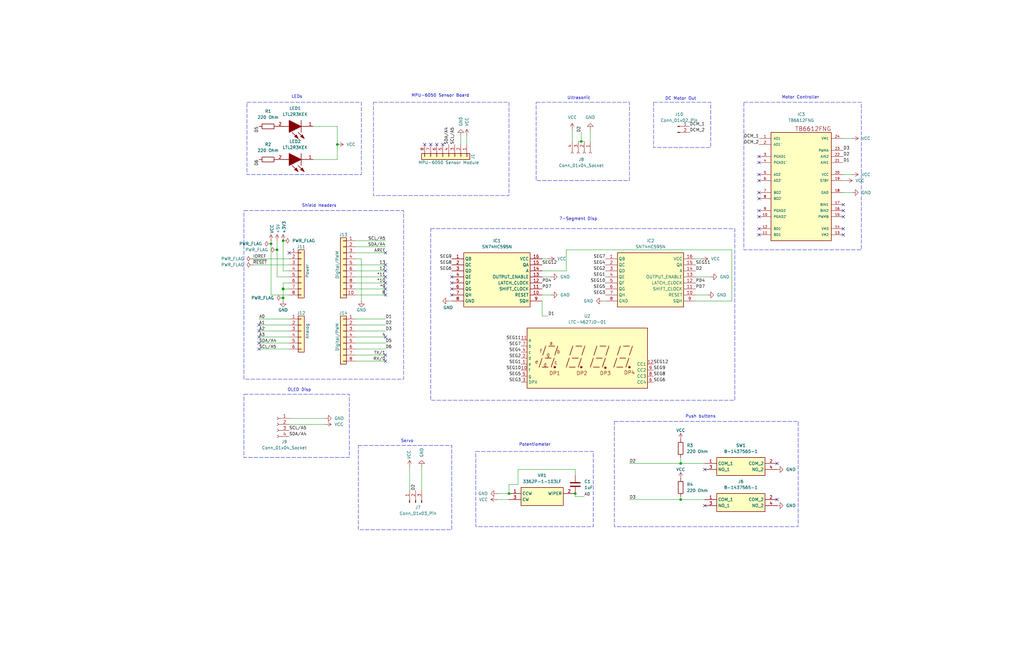
<source format=kicad_sch>
(kicad_sch (version 20231120) (generator "eeschema") (generator_version "8.0")
  (paper "B")
  (lib_symbols
    (symbol "Conn_01x08_1" (pin_names (offset 1.016) hide)
      (property "Reference" "J11" (at 0 10.16 0))
      (property "Value" "Power" (at 2.54 0 90))
      (symbol "Conn_01x08_1_1_1"
        (rectangle (start -1.27 -10.033) (end 0 -10.287) (stroke (width 0.1524)))
        (rectangle (start -1.27 -7.493) (end 0 -7.747) (stroke (width 0.1524)))
        (rectangle (start -1.27 -4.953) (end 0 -5.207) (stroke (width 0.1524)))
        (rectangle (start -1.27 -2.413) (end 0 -2.667) (stroke (width 0.1524)))
        (rectangle (start -1.27 0.127) (end 0 -0.127) (stroke (width 0.1524)))
        (rectangle (start -1.27 2.667) (end 0 2.413) (stroke (width 0.1524)))
        (rectangle (start -1.27 5.207) (end 0 4.953) (stroke (width 0.1524)))
        (rectangle (start -1.27 7.747) (end 0 7.493) (stroke (width 0.1524)))
        (rectangle (start -1.27 8.89) (end 1.27 -11.43) (stroke (width 0.254)) (fill (type background)))
        (pin passive line (at -5.08 7.62 0) (length 3.81) (name "Pin_1") (number "1"))
        (pin passive line (at -5.08 5.08 0) (length 3.81) (name "Pin_2") (number "2"))
        (pin passive line (at -5.08 2.54 0) (length 3.81) (name "Pin_3") (number "3"))
        (pin passive line (at -5.08 0 0) (length 3.81) (name "Pin_4") (number "4"))
        (pin passive line (at -5.08 -2.54 0) (length 3.81) (name "Pin_5") (number "5"))
        (pin power_in line (at -5.08 -5.08 0) (length 3.81) (name "Pin_6") (number "6"))
        (pin power_in line (at -5.08 -7.62 0) (length 3.81) (name "Pin_7") (number "7"))
        (pin power_in line (at -5.08 -10.16 0) (length 3.81) (name "Pin_8") (number "8"))
      )
    )
    (symbol "Connector:Conn_01x02_Pin" (pin_names (offset 1.016) hide)
      (property "Reference" "J" (at 0 2.54 0))
      (property "Value" "Conn_01x02_Pin" (at 0 -5.08 0))
      (symbol "Conn_01x02_Pin_1_1"
        (polyline (pts (xy 1.27 -2.54) (xy 0.8636 -2.54)) (stroke (width 0.1524)))
        (polyline (pts (xy 1.27 0) (xy 0.8636 0)) (stroke (width 0.1524)))
        (rectangle (start 0.8636 -2.413) (end 0 -2.667) (stroke (width 0.1524)) (fill (type outline)))
        (rectangle (start 0.8636 0.127) (end 0 -0.127) (stroke (width 0.1524)) (fill (type outline)))
        (pin passive line (at 5.08 0 180) (length 3.81) (name "Pin_1") (number "1"))
        (pin passive line (at 5.08 -2.54 180) (length 3.81) (name "Pin_2") (number "2"))
      )
    )
    (symbol "Connector:Conn_01x03_Pin" (pin_names (offset 1.016) hide)
      (property "Reference" "J" (at 0 5.08 0))
      (property "Value" "Conn_01x03_Pin" (at 0 -5.08 0))
      (symbol "Conn_01x03_Pin_1_1"
        (polyline (pts (xy 1.27 -2.54) (xy 0.8636 -2.54)) (stroke (width 0.1524)))
        (polyline (pts (xy 1.27 0) (xy 0.8636 0)) (stroke (width 0.1524)))
        (polyline (pts (xy 1.27 2.54) (xy 0.8636 2.54)) (stroke (width 0.1524)))
        (rectangle (start 0.8636 -2.413) (end 0 -2.667) (stroke (width 0.1524)) (fill (type outline)))
        (rectangle (start 0.8636 0.127) (end 0 -0.127) (stroke (width 0.1524)) (fill (type outline)))
        (rectangle (start 0.8636 2.667) (end 0 2.413) (stroke (width 0.1524)) (fill (type outline)))
        (pin passive line (at 5.08 2.54 180) (length 3.81) (name "Pin_1") (number "1"))
        (pin passive line (at 5.08 0 180) (length 3.81) (name "Pin_2") (number "2"))
        (pin passive line (at 5.08 -2.54 180) (length 3.81) (name "Pin_3") (number "3"))
      )
    )
    (symbol "Connector:Conn_01x04_Socket" (pin_names (offset 1.016) hide)
      (property "Reference" "J" (at 0 5.08 0))
      (property "Value" "Conn_01x04_Socket" (at 0 -7.62 0))
      (symbol "Conn_01x04_Socket_1_1"
        (arc (start 0 -4.572) (mid -0.5058 -5.08) (end 0 -5.588) (stroke (width 0.1524)))
        (arc (start 0 -2.032) (mid -0.5058 -2.54) (end 0 -3.048) (stroke (width 0.1524)))
        (polyline (pts (xy -1.27 -5.08) (xy -0.508 -5.08)) (stroke (width 0.1524)))
        (polyline (pts (xy -1.27 -2.54) (xy -0.508 -2.54)) (stroke (width 0.1524)))
        (polyline (pts (xy -1.27 0) (xy -0.508 0)) (stroke (width 0.1524)))
        (polyline (pts (xy -1.27 2.54) (xy -0.508 2.54)) (stroke (width 0.1524)))
        (arc (start 0 0.508) (mid -0.5058 0) (end 0 -0.508) (stroke (width 0.1524)))
        (arc (start 0 3.048) (mid -0.5058 2.54) (end 0 2.032) (stroke (width 0.1524)))
        (pin passive line (at -5.08 2.54 0) (length 3.81) (name "Pin_1") (number "1"))
        (pin passive line (at -5.08 0 0) (length 3.81) (name "Pin_2") (number "2"))
        (pin passive line (at -5.08 -2.54 0) (length 3.81) (name "Pin_3") (number "3"))
        (pin passive line (at -5.08 -5.08 0) (length 3.81) (name "Pin_4") (number "4"))
      )
    )
    (symbol "Connector_Generic:Conn_01x06" (pin_names (offset 1.016) hide)
      (property "Reference" "J" (at 0 7.62 0))
      (property "Value" "Conn_01x06" (at 0 -10.16 0))
      (symbol "Conn_01x06_1_1"
        (rectangle (start -1.27 -7.493) (end 0 -7.747) (stroke (width 0.1524)))
        (rectangle (start -1.27 -4.953) (end 0 -5.207) (stroke (width 0.1524)))
        (rectangle (start -1.27 -2.413) (end 0 -2.667) (stroke (width 0.1524)))
        (rectangle (start -1.27 0.127) (end 0 -0.127) (stroke (width 0.1524)))
        (rectangle (start -1.27 2.667) (end 0 2.413) (stroke (width 0.1524)))
        (rectangle (start -1.27 5.207) (end 0 4.953) (stroke (width 0.1524)))
        (rectangle (start -1.27 6.35) (end 1.27 -8.89) (stroke (width 0.254)) (fill (type background)))
        (pin passive line (at -5.08 5.08 0) (length 3.81) (name "Pin_1") (number "1"))
        (pin passive line (at -5.08 2.54 0) (length 3.81) (name "Pin_2") (number "2"))
        (pin passive line (at -5.08 0 0) (length 3.81) (name "Pin_3") (number "3"))
        (pin passive line (at -5.08 -2.54 0) (length 3.81) (name "Pin_4") (number "4"))
        (pin passive line (at -5.08 -5.08 0) (length 3.81) (name "Pin_5") (number "5"))
        (pin passive line (at -5.08 -7.62 0) (length 3.81) (name "Pin_6") (number "6"))
      )
    )
    (symbol "Connector_Generic:Conn_01x08" (pin_names (offset 1.016) hide)
      (property "Reference" "J" (at 0 10.16 0))
      (property "Value" "Conn_01x08" (at 0 -12.7 0))
      (symbol "Conn_01x08_1_1"
        (rectangle (start -1.27 -10.033) (end 0 -10.287) (stroke (width 0.1524)))
        (rectangle (start -1.27 -7.493) (end 0 -7.747) (stroke (width 0.1524)))
        (rectangle (start -1.27 -4.953) (end 0 -5.207) (stroke (width 0.1524)))
        (rectangle (start -1.27 -2.413) (end 0 -2.667) (stroke (width 0.1524)))
        (rectangle (start -1.27 0.127) (end 0 -0.127) (stroke (width 0.1524)))
        (rectangle (start -1.27 2.667) (end 0 2.413) (stroke (width 0.1524)))
        (rectangle (start -1.27 5.207) (end 0 4.953) (stroke (width 0.1524)))
        (rectangle (start -1.27 7.747) (end 0 7.493) (stroke (width 0.1524)))
        (rectangle (start -1.27 8.89) (end 1.27 -11.43) (stroke (width 0.254)) (fill (type background)))
        (pin passive line (at -5.08 7.62 0) (length 3.81) (name "Pin_1") (number "1"))
        (pin passive line (at -5.08 5.08 0) (length 3.81) (name "Pin_2") (number "2"))
        (pin passive line (at -5.08 2.54 0) (length 3.81) (name "Pin_3") (number "3"))
        (pin passive line (at -5.08 0 0) (length 3.81) (name "Pin_4") (number "4"))
        (pin passive line (at -5.08 -2.54 0) (length 3.81) (name "Pin_5") (number "5"))
        (pin passive line (at -5.08 -5.08 0) (length 3.81) (name "Pin_6") (number "6"))
        (pin passive line (at -5.08 -7.62 0) (length 3.81) (name "Pin_7") (number "7"))
        (pin passive line (at -5.08 -10.16 0) (length 3.81) (name "Pin_8") (number "8"))
      )
    )
    (symbol "Connector_Generic:Conn_01x10" (pin_names (offset 1.016) hide)
      (property "Reference" "J13" (at 0 12.7 0))
      (property "Value" "Digital/PWM" (at 2.54 0 90))
      (symbol "Conn_01x10_1_1"
        (rectangle (start -1.27 -12.573) (end 0 -12.827) (stroke (width 0.1524)))
        (rectangle (start -1.27 -10.033) (end 0 -10.287) (stroke (width 0.1524)))
        (rectangle (start -1.27 -7.493) (end 0 -7.747) (stroke (width 0.1524)))
        (rectangle (start -1.27 -4.953) (end 0 -5.207) (stroke (width 0.1524)))
        (rectangle (start -1.27 -2.413) (end 0 -2.667) (stroke (width 0.1524)))
        (rectangle (start -1.27 0.127) (end 0 -0.127) (stroke (width 0.1524)))
        (rectangle (start -1.27 2.667) (end 0 2.413) (stroke (width 0.1524)))
        (rectangle (start -1.27 5.207) (end 0 4.953) (stroke (width 0.1524)))
        (rectangle (start -1.27 7.747) (end 0 7.493) (stroke (width 0.1524)))
        (rectangle (start -1.27 10.287) (end 0 10.033) (stroke (width 0.1524)))
        (rectangle (start -1.27 11.43) (end 1.27 -13.97) (stroke (width 0.254)) (fill (type background)))
        (pin passive line (at -5.08 10.16 0) (length 3.81) (name "Pin_1") (number "1"))
        (pin passive line (at -5.08 -12.7 0) (length 3.81) (name "Pin_10") (number "10"))
        (pin passive line (at -5.08 7.62 0) (length 3.81) (name "Pin_2") (number "2"))
        (pin passive line (at -5.08 5.08 0) (length 3.81) (name "Pin_3") (number "3"))
        (pin power_in line (at -5.08 2.54 0) (length 3.81) (name "Pin_4") (number "4"))
        (pin passive line (at -5.08 0 0) (length 3.81) (name "Pin_5") (number "5"))
        (pin passive line (at -5.08 -2.54 0) (length 3.81) (name "Pin_6") (number "6"))
        (pin passive line (at -5.08 -5.08 0) (length 3.81) (name "Pin_7") (number "7"))
        (pin passive line (at -5.08 -7.62 0) (length 3.81) (name "Pin_8") (number "8"))
        (pin passive line (at -5.08 -10.16 0) (length 3.81) (name "Pin_9") (number "9"))
      )
    )
    (symbol "Device:C" (pin_numbers hide) (pin_names (offset 0.254))
      (property "Reference" "C" (at 0.635 2.54 0))
      (property "Value" "C" (at 0.635 -2.54 0))
      (symbol "C_0_1"
        (polyline (pts (xy -2.032 -0.762) (xy 2.032 -0.762)) (stroke (width 0.508)))
        (polyline (pts (xy -2.032 0.762) (xy 2.032 0.762)) (stroke (width 0.508)))
      )
      (symbol "C_1_1"
        (pin passive line (at 0 3.81 270) (length 2.794) (name "~") (number "1"))
        (pin passive line (at 0 -3.81 90) (length 2.794) (name "~") (number "2"))
      )
    )
    (symbol "Device:R" (pin_numbers hide) (pin_names (offset 0))
      (property "Reference" "R" (at 2.032 0 90))
      (property "Value" "R" (at 0 0 90))
      (symbol "R_0_1"
        (rectangle (start -1.016 -2.54) (end 1.016 2.54) (stroke (width 0.254)))
      )
      (symbol "R_1_1"
        (pin passive line (at 0 3.81 270) (length 1.27) (name "~") (number "1"))
        (pin passive line (at 0 -3.81 90) (length 1.27) (name "~") (number "2"))
      )
    )
    (symbol "Display_Character:CC56-12SRWA"
      (property "Reference" "U" (at -24.13 13.97 0))
      (property "Value" "CC56-12SRWA" (at 17.78 13.97 0))
      (symbol "CC56-12SRWA_0_0"
        (rectangle (start -25.4 12.7) (end 25.4 -12.7) (stroke (width 0.254)) (fill (type background)))
        (polyline (pts (xy -20.32 -3.81) (xy -19.05 0)) (stroke (width 0.254)))
        (polyline (pts (xy -19.05 -3.81) (xy -16.51 -3.81)) (stroke (width 0.254)))
        (polyline (pts (xy -18.796 1.27) (xy -17.526 5.08)) (stroke (width 0.254)))
        (polyline (pts (xy -17.78 0) (xy -15.24 0)) (stroke (width 0.254)))
        (polyline (pts (xy -16.256 5.08) (xy -13.716 5.08)) (stroke (width 0.254)))
        (polyline (pts (xy -15.24 -3.81) (xy -13.97 0)) (stroke (width 0.254)))
        (polyline (pts (xy -13.716 1.27) (xy -12.446 5.08)) (stroke (width 0.254)))
        (polyline (pts (xy -8.89 -3.81) (xy -7.62 0)) (stroke (width 0.254)))
        (polyline (pts (xy -7.62 -3.81) (xy -5.08 -3.81)) (stroke (width 0.254)))
        (polyline (pts (xy -7.366 1.27) (xy -6.096 5.08)) (stroke (width 0.254)))
        (polyline (pts (xy -6.35 0) (xy -3.81 0)) (stroke (width 0.254)))
        (polyline (pts (xy -4.826 5.08) (xy -2.286 5.08)) (stroke (width 0.254)))
        (polyline (pts (xy -3.81 -3.81) (xy -2.54 0)) (stroke (width 0.254)))
        (polyline (pts (xy -2.286 1.27) (xy -1.016 5.08)) (stroke (width 0.254)))
        (polyline (pts (xy 1.27 -3.81) (xy 2.54 0)) (stroke (width 0.254)))
        (polyline (pts (xy 2.54 -3.81) (xy 5.08 -3.81)) (stroke (width 0.254)))
        (polyline (pts (xy 2.794 1.27) (xy 4.064 5.08)) (stroke (width 0.254)))
        (polyline (pts (xy 3.81 0) (xy 6.35 0)) (stroke (width 0.254)))
        (polyline (pts (xy 5.334 5.08) (xy 7.874 5.08)) (stroke (width 0.254)))
        (polyline (pts (xy 6.35 -3.81) (xy 7.62 0)) (stroke (width 0.254)))
        (polyline (pts (xy 7.874 1.27) (xy 9.144 5.08)) (stroke (width 0.254)))
        (polyline (pts (xy 11.176 -3.81) (xy 12.446 0)) (stroke (width 0.254)))
        (polyline (pts (xy 12.446 -3.81) (xy 14.986 -3.81)) (stroke (width 0.254)))
        (polyline (pts (xy 12.7 1.27) (xy 13.97 5.08)) (stroke (width 0.254)))
        (polyline (pts (xy 13.716 0) (xy 16.256 0)) (stroke (width 0.254)))
        (polyline (pts (xy 15.24 5.08) (xy 17.78 5.08)) (stroke (width 0.254)))
        (polyline (pts (xy 16.256 -3.81) (xy 17.526 0)) (stroke (width 0.254)))
        (polyline (pts (xy 17.78 1.27) (xy 19.05 5.08)) (stroke (width 0.254)))
        (text "a" (at -15.24 6.35 0) (effects (font (size 1.524 1.524))))
        (text "b" (at -12.192 2.794 0) (effects (font (size 1.524 1.524))))
        (text "c" (at -13.208 -1.778 0) (effects (font (size 1.524 1.524))))
        (text "d" (at -17.78 -2.794 0) (effects (font (size 1.524 1.524))))
        (text "DP1" (at -13.716 -6.35 0) (effects (font (size 1.524 1.524))))
        (text "DP2" (at -2.286 -6.35 0) (effects (font (size 1.524 1.524))))
        (text "DP3" (at 7.62 -6.35 0) (effects (font (size 1.524 1.524))))
        (text "DP4" (at 17.78 -6.096 0) (effects (font (size 1.524 1.524))))
        (text "e" (at -21.336 -1.524 0) (effects (font (size 1.524 1.524))))
        (text "f" (at -19.558 3.048 0) (effects (font (size 1.524 1.524))))
        (text "g" (at -16.51 1.524 0) (effects (font (size 1.524 1.524))))
      )
      (symbol "CC56-12SRWA_0_1"
        (circle (center -13.716 -3.81) (radius 0.3556) (stroke (width 0.254)) (fill (type outline)))
        (circle (center -2.54 -3.81) (radius 0.3556) (stroke (width 0.254)) (fill (type outline)))
      )
      (symbol "CC56-12SRWA_1_0"
        (circle (center 7.62 -4.064) (radius 0.3556) (stroke (width 0.254)) (fill (type outline)))
        (circle (center 17.78 -3.81) (radius 0.3556) (stroke (width 0.254)) (fill (type outline)))
      )
      (symbol "CC56-12SRWA_1_1"
        (pin input line (at -27.94 -2.54 0) (length 2.54) (name "e") (number "1"))
        (pin input line (at -27.94 -5.08 0) (length 2.54) (name "f") (number "10"))
        (pin input line (at -27.94 7.62 0) (length 2.54) (name "a") (number "11"))
        (pin input line (at 27.94 -2.54 180) (length 2.54) (name "CC1") (number "12"))
        (pin input line (at -27.94 0 0) (length 2.54) (name "d") (number "2"))
        (pin input line (at -27.94 -10.16 0) (length 2.54) (name "DPX") (number "3"))
        (pin input line (at -27.94 2.54 0) (length 2.54) (name "c") (number "4"))
        (pin input line (at -27.94 -7.62 0) (length 2.54) (name "g") (number "5"))
        (pin input line (at 27.94 -10.16 180) (length 2.54) (name "CC4") (number "6"))
        (pin input line (at -27.94 5.08 0) (length 2.54) (name "b") (number "7"))
        (pin input line (at 27.94 -7.62 180) (length 2.54) (name "CC3") (number "8"))
        (pin input line (at 27.94 -5.08 180) (length 2.54) (name "CC2") (number "9"))
      )
    )
    (symbol "SamacSys_Parts:3362P-1-103LF"
      (property "Reference" "VR" (at 24.13 7.62 0))
      (property "Value" "3362P-1-103LF" (at 24.13 5.08 0))
      (symbol "3362P-1-103LF_1_1"
        (rectangle (start 5.08 2.54) (end 22.86 -5.08) (stroke (width 0.254)) (fill (type background)))
        (pin passive line (at 0 0 0) (length 5.08) (name "CCW") (number "1"))
        (pin passive line (at 27.94 0 180) (length 5.08) (name "WIPER") (number "2"))
        (pin passive line (at 0 -2.54 0) (length 5.08) (name "CW") (number "3"))
      )
    )
    (symbol "SamacSys_Parts:8-1437565-1"
      (property "Reference" "J" (at 26.67 7.62 0))
      (property "Value" "8-1437565-1" (at 26.67 5.08 0))
      (symbol "8-1437565-1_1_1"
        (rectangle (start 5.08 2.54) (end 25.4 -5.08) (stroke (width 0.254)) (fill (type background)))
        (pin passive line (at 0 0 0) (length 5.08) (name "COM_1") (number "1"))
        (pin passive line (at 30.48 0 180) (length 5.08) (name "COM_2") (number "2"))
        (pin passive line (at 0 -2.54 0) (length 5.08) (name "NO_1") (number "3"))
        (pin passive line (at 30.48 -2.54 180) (length 5.08) (name "NO_2") (number "4"))
      )
    )
    (symbol "SamacSys_Parts:LTL2R3KEK" (pin_names hide)
      (property "Reference" "LED" (at 12.7 8.89 0))
      (property "Value" "LTL2R3KEK" (at 12.7 6.35 0))
      (symbol "LTL2R3KEK_1_1"
        (polyline (pts (xy 2.54 0) (xy 5.08 0)) (stroke (width 0.254)))
        (polyline (pts (xy 5.08 2.54) (xy 5.08 -2.54)) (stroke (width 0.254)))
        (polyline (pts (xy 6.35 2.54) (xy 3.81 5.08)) (stroke (width 0.254)))
        (polyline (pts (xy 8.89 2.54) (xy 6.35 5.08)) (stroke (width 0.254)))
        (polyline (pts (xy 10.16 0) (xy 12.7 0)) (stroke (width 0.254)))
        (polyline (pts (xy 5.08 0) (xy 10.16 2.54) (xy 10.16 -2.54) (xy 5.08 0)) (stroke (width 0.254)) (fill (type outline)))
        (polyline (pts (xy 5.334 4.318) (xy 4.572 3.556) (xy 3.81 5.08) (xy 5.334 4.318)) (stroke (width 0.254)) (fill (type outline)))
        (polyline (pts (xy 7.874 4.318) (xy 7.112 3.556) (xy 6.35 5.08) (xy 7.874 4.318)) (stroke (width 0.254)) (fill (type outline)))
        (pin passive line (at 0 0 0) (length 2.54) (name "K") (number "1"))
        (pin passive line (at 15.24 0 180) (length 2.54) (name "A") (number "2"))
      )
    )
    (symbol "SamacSys_Parts:MC74HC595ADTG"
      (property "Reference" "IC" (at 34.29 7.62 0))
      (property "Value" "MC74HC595ADTG" (at 34.29 5.08 0))
      (symbol "MC74HC595ADTG_1_1"
        (rectangle (start 5.08 2.54) (end 33.02 -20.32) (stroke (width 0.254)) (fill (type background)))
        (pin passive line (at 0 0 0) (length 5.08) (name "QB") (number "1"))
        (pin passive line (at 38.1 -15.24 180) (length 5.08) (name "RESET") (number "10"))
        (pin passive line (at 38.1 -12.7 180) (length 5.08) (name "SHIFT_CLOCK") (number "11"))
        (pin passive line (at 38.1 -10.16 180) (length 5.08) (name "LATCH_CLOCK") (number "12"))
        (pin passive line (at 38.1 -7.62 180) (length 5.08) (name "OUTPUT_ENABLE") (number "13"))
        (pin passive line (at 38.1 -5.08 180) (length 5.08) (name "A") (number "14"))
        (pin passive line (at 38.1 -2.54 180) (length 5.08) (name "QA") (number "15"))
        (pin passive line (at 38.1 0 180) (length 5.08) (name "VCC") (number "16"))
        (pin passive line (at 0 -2.54 0) (length 5.08) (name "QC") (number "2"))
        (pin passive line (at 0 -5.08 0) (length 5.08) (name "QD") (number "3"))
        (pin passive line (at 0 -7.62 0) (length 5.08) (name "QE") (number "4"))
        (pin passive line (at 0 -10.16 0) (length 5.08) (name "QF") (number "5"))
        (pin passive line (at 0 -12.7 0) (length 5.08) (name "QG") (number "6"))
        (pin passive line (at 0 -15.24 0) (length 5.08) (name "QH") (number "7"))
        (pin passive line (at 0 -17.78 0) (length 5.08) (name "GND") (number "8"))
        (pin passive line (at 38.1 -17.78 180) (length 5.08) (name "SQH") (number "9"))
      )
    )
    (symbol "TB6612FNG:TB6612FNG" (pin_names (offset 1.016))
      (property "Reference" "IC" (at -2.54 -25.4 0))
      (property "Value" "TB6612FNG" (at 0 0 0))
      (symbol "TB6612FNG_0_0"
        (rectangle (start -12.7 -22.86) (end 12.7 22.86) (stroke (width 0.254)) (fill (type background)))
        (text "TB6612FNG" (at 12.7 25.4 0) (effects (font (size 1.778 1.778)) (justify right top)))
        (pin output line (at -17.78 20.32 0) (length 5.08) (name "AO1") (number "1"))
        (pin power_in line (at -17.78 -12.7 0) (length 5.08) (name "PGND2'") (number "10"))
        (pin output line (at -17.78 -20.32 0) (length 5.08) (name "BO1") (number "11"))
        (pin output line (at -17.78 -17.78 0) (length 5.08) (name "BO1'") (number "12"))
        (pin power_in line (at 17.78 -20.32 180) (length 5.08) (name "VM2") (number "13"))
        (pin power_in line (at 17.78 -17.78 180) (length 5.08) (name "VM3") (number "14"))
        (pin input line (at 17.78 -12.7 180) (length 5.08) (name "PWMB") (number "15"))
        (pin input line (at 17.78 -10.16 180) (length 5.08) (name "BIN2") (number "16"))
        (pin input line (at 17.78 -7.62 180) (length 5.08) (name "BIN1") (number "17"))
        (pin power_in line (at 17.78 -2.54 180) (length 5.08) (name "GND") (number "18"))
        (pin input line (at 17.78 2.54 180) (length 5.08) (name "STBY") (number "19"))
        (pin output line (at -17.78 17.78 0) (length 5.08) (name "AO1'") (number "2"))
        (pin power_in line (at 17.78 5.08 180) (length 5.08) (name "VCC") (number "20"))
        (pin input line (at 17.78 10.16 180) (length 5.08) (name "AIN1") (number "21"))
        (pin input line (at 17.78 12.7 180) (length 5.08) (name "AIN2") (number "22"))
        (pin input line (at 17.78 15.24 180) (length 5.08) (name "PWMA") (number "23"))
        (pin power_in line (at 17.78 20.32 180) (length 5.08) (name "VM1") (number "24"))
        (pin power_in line (at -17.78 12.7 0) (length 5.08) (name "PGND1") (number "3"))
        (pin power_in line (at -17.78 10.16 0) (length 5.08) (name "PGND1'") (number "4"))
        (pin output line (at -17.78 5.08 0) (length 5.08) (name "AO2") (number "5"))
        (pin output line (at -17.78 2.54 0) (length 5.08) (name "AO2'") (number "6"))
        (pin output line (at -17.78 -2.54 0) (length 5.08) (name "BO2") (number "7"))
        (pin output line (at -17.78 -5.08 0) (length 5.08) (name "BO2'") (number "8"))
        (pin power_in line (at -17.78 -10.16 0) (length 5.08) (name "PGND2") (number "9"))
      )
    )
    (symbol "power:+3V3" (power) (pin_names (offset 0))
      (property "Value" "+3V3" (at 0 3.556 0))
      (symbol "+3V3_0_1"
        (polyline (pts (xy -0.762 1.27) (xy 0 2.54)))
        (polyline (pts (xy 0 0) (xy 0 2.54)))
        (polyline (pts (xy 0 2.54) (xy 0.762 1.27)))
      )
      (symbol "+3V3_1_1"
        (pin power_in line (at 0 0 90) (length 0) hide (name "+3V3") (number "1"))
      )
    )
    (symbol "power:+5V" (power) (pin_names (offset 0))
      (property "Value" "+5V" (at 0 3.556 0))
      (symbol "+5V_0_1"
        (polyline (pts (xy -0.762 1.27) (xy 0 2.54)))
        (polyline (pts (xy 0 0) (xy 0 2.54)))
        (polyline (pts (xy 0 2.54) (xy 0.762 1.27)))
      )
      (symbol "+5V_1_1"
        (pin power_in line (at 0 0 90) (length 0) hide (name "+5V") (number "1"))
      )
    )
    (symbol "power:GND" (power) (pin_numbers hide) (pin_names (offset 0) hide)
      (property "Value" "GND" (at 0 -3.81 0))
      (symbol "GND_0_1"
        (polyline (pts (xy 0 0) (xy 0 -1.27) (xy 1.27 -1.27) (xy 0 -2.54) (xy -1.27 -1.27) (xy 0 -1.27)))
      )
      (symbol "GND_1_1"
        (pin power_in line (at 0 0 270) (length 0) (name "~") (number "1"))
      )
    )
    (symbol "power:PWR_FLAG" (power) (pin_numbers hide) (pin_names (offset 0) hide)
      (property "Value" "PWR_FLAG" (at 0 3.81 0))
      (symbol "PWR_FLAG_0_0"
        (pin power_out line (at 0 0 90) (length 0) (name "~") (number "1"))
      )
      (symbol "PWR_FLAG_0_1"
        (polyline (pts (xy 0 0) (xy 0 1.27) (xy -1.016 1.905) (xy 0 2.54) (xy 1.016 1.905) (xy 0 1.27)))
      )
    )
    (symbol "power:VCC" (power) (pin_numbers hide) (pin_names (offset 0) hide)
      (property "Value" "VCC" (at 0 3.556 0))
      (symbol "VCC_0_1"
        (polyline (pts (xy -0.762 1.27) (xy 0 2.54)))
        (polyline (pts (xy 0 0) (xy 0 2.54)))
        (polyline (pts (xy 0 2.54) (xy 0.762 1.27)))
      )
      (symbol "VCC_1_1"
        (pin power_in line (at 0 0 90) (length 0) (name "~") (number "1"))
      )
    )
  )
  (junction (at 242.57 208.28))
  (junction (at 119.38 125.73))
  (junction (at 214.63 208.28))
  (junction (at 287.02 210.82))
  (junction (at 142.24 60.96))
  (junction (at 245.11 59.69))
  (junction (at 287.02 195.58))
  (junction (at 119.38 121.92) (diameter 1.016))
  (junction (at 116.84 105.41))
  (junction (at 119.38 101.6))
  (junction (at 114.3 102.87))
  (no_connect (at 184.15 60.96))
  (no_connect (at 121.92 106.68))
  (no_connect (at 186.69 60.96))
  (no_connect (at 327.66 195.58))
  (no_connect (at 181.61 60.96))
  (no_connect (at 162.56 152.4))
  (no_connect (at 109.22 137.16))
  (no_connect (at 355.6 96.52))
  (no_connect (at 297.18 198.12))
  (no_connect (at 162.56 121.92))
  (no_connect (at 297.18 213.36))
  (no_connect (at 109.22 139.7))
  (no_connect (at 355.6 91.44))
  (no_connect (at 320.04 66.04))
  (no_connect (at 320.04 99.06))
  (no_connect (at 190.5 119.38))
  (no_connect (at 190.5 116.84))
  (no_connect (at 355.6 86.36))
  (no_connect (at 320.04 83.82))
  (no_connect (at 162.56 114.3))
  (no_connect (at 320.04 96.52))
  (no_connect (at 109.22 142.24))
  (no_connect (at 355.6 99.06))
  (no_connect (at 320.04 81.28))
  (no_connect (at 320.04 91.44))
  (no_connect (at 162.56 111.76))
  (no_connect (at 190.5 124.46))
  (no_connect (at 355.6 88.9))
  (no_connect (at 320.04 68.58))
  (no_connect (at 162.56 149.86))
  (no_connect (at 320.04 73.66))
  (no_connect (at 327.66 210.82))
  (no_connect (at 162.56 119.38))
  (no_connect (at 109.22 144.78))
  (no_connect (at 320.04 88.9))
  (no_connect (at 320.04 76.2))
  (no_connect (at 179.07 60.96))
  (no_connect (at 162.56 142.24))
  (no_connect (at 162.56 124.46))
  (no_connect (at 190.5 121.92))
  (no_connect (at 162.56 106.68))
  (no_connect (at 162.56 116.84))
  (no_connect (at 109.22 147.32))
  (wire (pts (xy 242.57 200.66) (xy 242.57 198.12)))
  (wire (pts (xy 238.76 114.3) (xy 228.6 114.3)))
  (wire (pts (xy 243.84 59.69) (xy 245.11 59.69)))
  (wire (pts (xy 248.92 54.61) (xy 248.92 59.69)))
  (wire (pts (xy 114.3 102.87) (xy 114.3 101.6)))
  (wire (pts (xy 189.23 127) (xy 190.5 127)))
  (wire (pts (xy 149.86 137.16) (xy 162.56 137.16)))
  (wire (pts (xy 114.3 102.87) (xy 114.3 124.46)))
  (wire (pts (xy 121.92 179.07) (xy 137.16 179.07)))
  (wire (pts (xy 246.38 209.55) (xy 242.57 209.55)))
  (wire (pts (xy 119.38 125.73) (xy 119.38 127)))
  (wire (pts (xy 218.44 198.12) (xy 218.44 204.47)))
  (wire (pts (xy 228.6 127) (xy 228.6 133.35)))
  (wire (pts (xy 287.02 193.04) (xy 287.02 195.58)))
  (wire (pts (xy 355.6 76.2) (xy 356.87 76.2)))
  (wire (pts (xy 265.43 195.58) (xy 287.02 195.58)))
  (wire (pts (xy 228.6 133.35) (xy 231.14 133.35)))
  (wire (pts (xy 121.92 139.7) (xy 109.22 139.7)))
  (wire (pts (xy 293.37 116.84) (xy 299.72 116.84)))
  (wire (pts (xy 149.86 119.38) (xy 162.56 119.38)))
  (wire (pts (xy 297.18 210.82) (xy 287.02 210.82)))
  (wire (pts (xy 149.86 121.92) (xy 162.56 121.92)))
  (wire (pts (xy 287.02 210.82) (xy 287.02 209.55)))
  (wire (pts (xy 142.24 60.96) (xy 142.24 67.31)))
  (wire (pts (xy 196.85 57.15) (xy 196.85 60.96)))
  (wire (pts (xy 214.63 204.47) (xy 214.63 208.28)))
  (wire (pts (xy 287.02 210.82) (xy 265.43 210.82)))
  (wire (pts (xy 149.86 111.76) (xy 162.56 111.76)))
  (wire (pts (xy 245.11 59.69) (xy 246.38 59.69)))
  (wire (pts (xy 242.57 209.55) (xy 242.57 208.28)))
  (wire (pts (xy 116.84 105.41) (xy 116.84 116.84)))
  (wire (pts (xy 293.37 109.22) (xy 295.91 109.22)))
  (wire (pts (xy 149.86 142.24) (xy 162.56 142.24)))
  (wire (pts (xy 149.86 104.14) (xy 162.56 104.14)))
  (wire (pts (xy 149.86 124.46) (xy 162.56 124.46)))
  (wire (pts (xy 149.86 147.32) (xy 162.56 147.32)))
  (wire (pts (xy 119.38 121.92) (xy 119.38 125.73)))
  (wire (pts (xy 109.22 142.24) (xy 121.92 142.24)))
  (wire (pts (xy 308.61 127) (xy 308.61 105.41)))
  (wire (pts (xy 106.68 109.22) (xy 121.92 109.22)))
  (wire (pts (xy 209.55 208.28) (xy 214.63 208.28)))
  (wire (pts (xy 355.6 58.42) (xy 359.41 58.42)))
  (wire (pts (xy 109.22 147.32) (xy 121.92 147.32)))
  (wire (pts (xy 149.86 116.84) (xy 162.56 116.84)))
  (wire (pts (xy 116.84 116.84) (xy 121.92 116.84)))
  (wire (pts (xy 149.86 106.68) (xy 162.56 106.68)))
  (wire (pts (xy 194.31 57.15) (xy 194.31 60.96)))
  (wire (pts (xy 121.92 144.78) (xy 109.22 144.78)))
  (wire (pts (xy 242.57 198.12) (xy 218.44 198.12)))
  (wire (pts (xy 238.76 105.41) (xy 238.76 114.3)))
  (wire (pts (xy 116.84 101.6) (xy 116.84 105.41)))
  (wire (pts (xy 121.92 176.53) (xy 137.16 176.53)))
  (wire (pts (xy 149.86 101.6) (xy 162.56 101.6)))
  (wire (pts (xy 177.8 196.85) (xy 177.8 207.01)))
  (wire (pts (xy 149.86 144.78) (xy 162.56 144.78)))
  (wire (pts (xy 142.24 53.34) (xy 142.24 60.96)))
  (wire (pts (xy 172.72 196.85) (xy 172.72 207.01)))
  (wire (pts (xy 308.61 105.41) (xy 238.76 105.41)))
  (wire (pts (xy 149.86 149.86) (xy 162.56 149.86)))
  (wire (pts (xy 149.86 134.62) (xy 162.56 134.62)))
  (wire (pts (xy 119.38 119.38) (xy 119.38 121.92)))
  (wire (pts (xy 241.3 54.61) (xy 241.3 59.69)))
  (wire (pts (xy 228.6 116.84) (xy 232.41 116.84)))
  (wire (pts (xy 149.86 114.3) (xy 162.56 114.3)))
  (wire (pts (xy 293.37 124.46) (xy 298.45 124.46)))
  (wire (pts (xy 149.86 152.4) (xy 162.56 152.4)))
  (wire (pts (xy 132.08 67.31) (xy 142.24 67.31)))
  (wire (pts (xy 355.6 81.28) (xy 359.41 81.28)))
  (wire (pts (xy 297.18 195.58) (xy 287.02 195.58)))
  (wire (pts (xy 109.22 137.16) (xy 121.92 137.16)))
  (wire (pts (xy 119.38 101.6) (xy 119.38 114.3)))
  (wire (pts (xy 152.4 109.22) (xy 152.4 127)))
  (wire (pts (xy 149.86 139.7) (xy 162.56 139.7)))
  (wire (pts (xy 121.92 119.38) (xy 119.38 119.38)))
  (wire (pts (xy 209.55 210.82) (xy 214.63 210.82)))
  (wire (pts (xy 121.92 134.62) (xy 109.22 134.62)))
  (wire (pts (xy 228.6 109.22) (xy 231.14 109.22)))
  (wire (pts (xy 218.44 204.47) (xy 214.63 204.47)))
  (wire (pts (xy 119.38 114.3) (xy 121.92 114.3)))
  (wire (pts (xy 121.92 124.46) (xy 114.3 124.46)))
  (wire (pts (xy 149.86 109.22) (xy 152.4 109.22)))
  (wire (pts (xy 106.68 111.76) (xy 121.92 111.76)))
  (wire (pts (xy 254 127) (xy 255.27 127)))
  (wire (pts (xy 293.37 127) (xy 308.61 127)))
  (wire (pts (xy 355.6 73.66) (xy 359.41 73.66)))
  (wire (pts (xy 245.11 55.88) (xy 245.11 59.69)))
  (wire (pts (xy 228.6 124.46) (xy 232.41 124.46)))
  (wire (pts (xy 132.08 53.34) (xy 142.24 53.34)))
  (wire (pts (xy 121.92 121.92) (xy 119.38 121.92)))
  (rectangle (start 200.66 190.5) (end 250.19 222.25) (stroke (width 0) (type dash)))
  (rectangle (start 313.69 43.18) (end 363.22 105.41) (stroke (width 0) (type dash)))
  (rectangle (start 226.06 43.18) (end 265.43 76.2) (stroke (width 0) (type dash)))
  (rectangle (start 102.87 166.37) (end 147.32 193.04) (stroke (width 0) (type dash)))
  (rectangle (start 104.14 43.18) (end 152.4 73.66) (stroke (width 0) (type dash)))
  (rectangle (start 275.59 43.18) (end 299.72 62.23) (stroke (width 0) (type dash)))
  (rectangle (start 151.13 187.96) (end 190.5 223.52) (stroke (width 0) (type dash)))
  (rectangle (start 259.08 177.8) (end 336.55 222.25) (stroke (width 0) (type dash)))
  (rectangle (start 181.61 96.52) (end 309.88 168.91) (stroke (width 0) (type dash)))
  (rectangle (start 157.48 43.18) (end 214.63 82.55) (stroke (width 0) (type dash)))
  (rectangle (start 102.87 88.9) (end 170.18 160.02) (stroke (width 0) (type dash)))
  (text "7-Segment Disp" (at 243.84 92.456 0) (effects (font (size 1.27 1.27))))
  (text "Servo" (exclude_from_sim yes) (at 171.704 186.182 0) (effects (font (size 1.27 1.27))))
  (text "Push buttons" (at 295.402 175.768 0) (effects (font (size 1.27 1.27))))
  (text "DC Motor Out" (at 287.02 41.656 0) (effects (font (size 1.27 1.27))))
  (text "MPU-6050 Sensor Board" (at 185.674 40.386 0) (effects (font (size 1.27 1.27))))
  (text "Motor Controller" (at 337.566 41.148 0) (effects (font (size 1.27 1.27))))
  (text "Shield Headers" (at 134.62 86.868 0) (effects (font (size 1.27 1.27))))
  (text "OLED Disp" (at 126.238 164.592 0) (effects (font (size 1.27 1.27))))
  (text "Potentiometer" (exclude_from_sim yes) (at 225.552 187.706 0) (effects (font (size 1.27 1.27))))
  (text "LEDs" (at 125.222 40.894 0) (effects (font (size 1.27 1.27))))
  (text "Ultrasonic" (at 244.094 41.402 0) (effects (font (size 1.27 1.27))))
  (label "SEG7" (at 219.71 146.05 180))
  (label "D2" (at 175.26 207.01 90))
  (label "D3" (at 355.6 63.5 0))
  (label "SEG12" (at 275.59 153.67 0))
  (label "D6" (at 109.22 67.31 270))
  (label "PD4" (at 293.37 119.38 0))
  (label "D2" (at 245.11 55.88 90))
  (label "A2" (at 109.22 139.7 0))
  (label "SEG3" (at 255.27 124.46 180))
  (label "SEG8" (at 275.59 158.75 0))
  (label "SCL{slash}A5" (at 109.22 147.32 0))
  (label "SEG2" (at 219.71 151.13 180))
  (label "A1" (at 109.22 137.16 0))
  (label "D1" (at 355.6 68.58 0))
  (label "SEG8" (at 190.5 111.76 180))
  (label "*11" (at 162.56 116.84 180))
  (label "SEG5" (at 219.71 158.75 180))
  (label "~{RESET}" (at 106.68 111.76 0))
  (label "D2" (at 162.56 137.16 0))
  (label "13" (at 162.56 111.76 180))
  (label "D6" (at 162.56 147.32 0))
  (label "SCL{slash}A5" (at 121.92 181.61 0))
  (label "SEG2" (at 255.27 114.3 180))
  (label "SCL{slash}A5" (at 162.56 101.6 180))
  (label "12" (at 162.56 114.3 180))
  (label "DCM_2" (at 320.04 60.96 180))
  (label "D5" (at 162.56 144.78 0))
  (label "DCM_2" (at 290.83 55.88 0))
  (label "SDA{slash}A4" (at 162.56 104.14 180))
  (label "A3" (at 109.22 142.24 0))
  (label "D2" (at 293.37 114.3 0))
  (label "SEG11" (at 293.37 111.76 0))
  (label "SEG4" (at 219.71 148.59 180))
  (label "SEG12" (at 228.6 111.76 0))
  (label "SEG6" (at 275.59 161.29 0))
  (label "DCM_1" (at 320.04 58.42 180))
  (label "D5" (at 109.22 53.34 270))
  (label "4" (at 162.56 142.24 180))
  (label "8" (at 162.56 124.46 180))
  (label "D3" (at 162.56 139.7 0))
  (label "SCL{slash}A5" (at 191.77 60.96 90))
  (label "D1" (at 162.56 134.62 0))
  (label "SEG9" (at 275.59 156.21 0))
  (label "D2" (at 265.43 195.58 0))
  (label "SEG3" (at 219.71 161.29 180))
  (label "SEG7" (at 255.27 109.22 180))
  (label "PD4" (at 228.6 119.38 0))
  (label "D2" (at 355.6 66.04 0))
  (label "A0" (at 109.22 134.62 0))
  (label "PD7" (at 293.37 121.92 0))
  (label "SEG1" (at 255.27 116.84 180))
  (label "SEG10" (at 255.27 119.38 180))
  (label "D3" (at 265.43 210.82 0))
  (label "SEG1" (at 219.71 153.67 180))
  (label "SEG4" (at 255.27 111.76 180))
  (label "SEG5" (at 255.27 121.92 180))
  (label "SDA{slash}A4" (at 109.22 144.78 0))
  (label "*9" (at 162.56 121.92 180))
  (label "TX{slash}1" (at 162.56 149.86 180))
  (label "SDA{slash}A4" (at 189.23 60.96 90))
  (label "SEG6" (at 190.5 114.3 180))
  (label "AREF" (at 162.56 106.68 180))
  (label "A0" (at 246.38 209.55 0))
  (label "PD7" (at 228.6 121.92 0))
  (label "*10" (at 162.56 119.38 180))
  (label "SDA{slash}A4" (at 121.92 184.15 0))
  (label "SEG10" (at 219.71 156.21 180))
  (label "D1" (at 231.14 133.35 0))
  (label "DCM_1" (at 290.83 53.34 0))
  (label "SEG9" (at 190.5 109.22 180))
  (label "RX{slash}0" (at 162.56 152.4 180))
  (label "IOREF" (at 106.68 109.22 0))
  (label "SEG11" (at 219.71 143.51 180))
  (symbol (lib_id "power:PWR_FLAG") (at 114.3 102.87 90) (unit 1)
    (property "Reference" "#FLG05" (effects (hide yes)))
    (property "Value" "PWR_FLAG" (at 110.49 102.8699 90) (effects (justify left)))
    (property "Description" "Special symbol for telling ERC where power comes from" (effects (hide yes)))
  )
  (symbol (lib_id "power:VCC") (at 287.02 185.42 0) (unit 1)
    (property "Reference" "#PWR06" (effects (hide yes)))
    (property "Value" "VCC" (at 287.02 181.61 0))
    (property "Description" "Power symbol creates a global label with name \"VCC\"" (effects (hide yes)))
  )
  (symbol (lib_id "power:GND") (at 232.41 116.84 90) (unit 1)
    (property "Reference" "#PWR017" (effects (hide yes)))
    (property "Value" "GND" (at 236.22 116.8399 90) (effects (justify right)))
    (property "Description" "Power symbol creates a global label with name \"GND\" , ground" (effects (hide yes)))
  )
  (symbol (lib_id "SamacSys_Parts:MC74HC595ADTG") (at 255.27 109.22 0) (unit 1)
    (property "Reference" "IC2" (at 274.32 101.6 0))
    (property "Value" "SN74HC595N" (at 274.32 104.14 0))
    (property "Footprint" "SamacSys_Parts:SOP65P640X120-16N" (effects (hide yes)))
    (property "Datasheet" "http://www.onsemi.com/pub/Collateral/MC74HC595A-D.PDF" (effects (hide yes)))
    (property "Description" "Counter Shift Registers 8-Bit 3 State Shift" (effects (hide yes)))
    (property "Height" "1.2" (effects (hide yes)))
    (property "Mouser Part Number" "863-MC74HC595ADTG" (effects (hide yes)))
    (property "Mouser Price/Stock" "https://www.mouser.co.uk/ProductDetail/onsemi/MC74HC595ADTG?qs=qg33o%252B8vzFqSfcAj9bXV3g%3D%3D" (effects (hide yes)))
    (property "Manufacturer_Name" "onsemi" (effects (hide yes)))
    (property "Manufacturer_Part_Number" "MC74HC595ADTG" (effects (hide yes)))
  )
  (symbol (lib_id "TB6612FNG:TB6612FNG") (at 337.82 78.74 0) (unit 1)
    (property "Reference" "IC3" (at 337.82 48.26 0))
    (property "Value" "TB6612FNG" (at 337.82 50.8 0))
    (property "Footprint" "TB6612FNG:SSOP24" (effects (hide yes)))
    (property "MF" "Toshiba" (effects (hide yes)))
    (property "Description_1" "\n- Motor Driver Power MOSFET Parallel 24-SSOP\n" (effects (hide yes)))
    (property "Package" "None" (effects (hide yes)))
    (property "Price" "None" (effects (hide yes)))
    (property "SnapEDA_Link" "https://www.snapeda.com/parts/TB6612FNG/Toshiba/view-part/?ref=snap" (effects (hide yes)))
    (property "MP" "TB6612FNG" (effects (hide yes)))
    (property "Purchase-URL" "https://www.snapeda.com/api/url_track_click_mouser/?unipart_id=6765825&manufacturer=Toshiba&part_name=TB6612FNG&search_term=tb6612fng" (effects (hide yes)))
    (property "Availability" "In Stock" (effects (hide yes)))
    (property "Check_prices" "https://www.snapeda.com/parts/TB6612FNG/Toshiba/view-part/?ref=eda" (effects (hide yes)))
  )
  (symbol (lib_id "Connector:Conn_01x02_Pin") (at 285.75 53.34 0) (unit 1)
    (property "Reference" "J10" (at 286.385 48.26 0))
    (property "Value" "Conn_01x02_Pin" (at 286.385 50.8 0))
    (property "Footprint" "Connector_PinHeader_2.54mm:PinHeader_1x02_P2.54mm_Vertical" (effects (hide yes)))
    (property "Description" "Generic connector, single row, 01x02, script generated" (effects (hide yes)))
  )
  (symbol (lib_id "power:GND") (at 327.66 213.36 90) (unit 1)
    (property "Reference" "#PWR012" (effects (hide yes)))
    (property "Value" "GND" (at 331.47 213.3599 90) (effects (justify right)))
    (property "Description" "Power symbol creates a global label with name \"GND\" , ground" (effects (hide yes)))
  )
  (symbol (lib_id "power:PWR_FLAG") (at 106.68 109.22 90) (unit 1)
    (property "Reference" "#FLG02" (effects (hide yes)))
    (property "Value" "PWR_FLAG" (at 102.87 109.2199 90) (effects (justify left)))
    (property "Description" "Special symbol for telling ERC where power comes from" (effects (hide yes)))
  )
  (symbol (lib_id "power:VCC") (at 231.14 109.22 270) (unit 1)
    (property "Reference" "#PWR016" (effects (hide yes)))
    (property "Value" "VCC" (at 234.95 109.2199 90) (effects (justify left)))
    (property "Description" "Power symbol creates a global label with name \"VCC\"" (effects (hide yes)))
  )
  (symbol (lib_id "SamacSys_Parts:LTL2R3KEK") (at 132.08 67.31 180) (unit 1)
    (property "Reference" "LED2" (at 124.46 59.69 0))
    (property "Value" "LTL2R3KEK" (at 124.46 62.23 0))
    (property "Footprint" "LED_SMD:LED_Cree-PLCC4_3.2x2.8mm_CCW" (effects (hide yes)))
    (property "Datasheet" "http://optoelectronics.liteon.com/upload/download/ds-20-98-0286/ltl2r3kek.pdf" (effects (hide yes)))
    (property "Description" "Standard LEDs - Through Hole Red Clear 624nm" (effects (hide yes)))
    (property "Mouser Part Number" "859-LTL2R3KEK" (effects (hide yes)))
    (property "Mouser Price/Stock" "https://www.mouser.co.uk/ProductDetail/Lite-On/LTL2R3KEK?qs=bg1EVwaVwkRjIZH8k1%2FQRw%3D%3D" (effects (hide yes)))
    (property "Manufacturer_Name" "Lite-On" (effects (hide yes)))
    (property "Manufacturer_Part_Number" "LTL2R3KEK" (effects (hide yes)))
  )
  (symbol (lib_id "power:VCC") (at 241.3 54.61 0) (unit 1)
    (property "Reference" "#PWR022" (effects (hide yes)))
    (property "Value" "VCC" (at 241.3 49.53 0))
    (property "Description" "Power symbol creates a global label with name \"VCC\"" (effects (hide yes)))
  )
  (symbol (lib_id "power:VCC") (at 209.55 210.82 90) (unit 1)
    (property "Reference" "#PWR014" (effects (hide yes)))
    (property "Value" "VCC" (at 205.74 210.8199 90) (effects (justify left)))
    (property "Description" "Power symbol creates a global label with name \"VCC\"" (effects (hide yes)))
  )
  (symbol (lib_id "Device:R") (at 113.03 53.34 90) (unit 1)
    (property "Reference" "R1" (at 113.03 46.99 90))
    (property "Value" "220 Ohm" (at 113.03 49.53 90))
    (property "Footprint" "Resistor_THT:R_Axial_DIN0207_L6.3mm_D2.5mm_P10.16mm_Horizontal" (effects (hide yes)))
    (property "Description" "Resistor" (effects (hide yes)))
  )
  (symbol (lib_id "power:GND") (at 254 127 270) (unit 1)
    (property "Reference" "#PWR021" (effects (hide yes)))
    (property "Value" "GND" (at 250.19 126.9999 90) (effects (justify right)))
    (property "Description" "Power symbol creates a global label with name \"GND\" , ground" (effects (hide yes)))
  )
  (symbol (lib_id "power:GND") (at 327.66 198.12 90) (unit 1)
    (property "Reference" "#PWR011" (effects (hide yes)))
    (property "Value" "GND" (at 331.47 198.1199 90) (effects (justify right)))
    (property "Description" "Power symbol creates a global label with name \"GND\" , ground" (effects (hide yes)))
  )
  (symbol (lib_id "Device:R") (at 287.02 189.23 0) (unit 1)
    (property "Reference" "R3" (at 289.56 187.9599 0) (effects (justify left)))
    (property "Value" "220 Ohm" (at 289.56 190.4999 0) (effects (justify left)))
    (property "Footprint" "Resistor_THT:R_Axial_DIN0207_L6.3mm_D2.5mm_P10.16mm_Horizontal" (effects (hide yes)))
    (property "Description" "Resistor" (effects (hide yes)))
  )
  (symbol (lib_id "power:GND") (at 152.4 127 0) (unit 1)
    (property "Reference" "#PWR037" (effects (hide yes)))
    (property "Value" "GND" (at 152.4 130.81 0))
  )
  (symbol (lib_id "power:PWR_FLAG") (at 106.68 111.76 90) (unit 1)
    (property "Reference" "#FLG06" (effects (hide yes)))
    (property "Value" "PWR_FLAG" (at 102.87 111.7599 90) (effects (justify left)))
    (property "Description" "Special symbol for telling ERC where power comes from" (effects (hide yes)))
  )
  (symbol (lib_id "SamacSys_Parts:8-1437565-1") (at 297.18 210.82 0) (unit 1)
    (property "Reference" "J6" (at 312.42 203.2 0))
    (property "Value" "8-1437565-1" (at 312.42 205.74 0))
    (property "Footprint" "SamacSys_Parts:814375651" (effects (hide yes)))
    (property "Datasheet" "https://www.te.com/commerce/DocumentDelivery/DDEController?Action=srchrtrv&DocNm=1654270-2&DocType=Catalog%20Section&DocLang=English&PartCntxt=8-1437565-1&DocFormat=pdf" (effects (hide yes)))
    (property "Description" "Body Features: Case Material Nylon | Product Orientation Vertical | Actuator Force 9.17 OZ | Case Color Ivory | Actuator Profile Extended | Actuator Force 260 G | Actuator Material Brass | Cover Material Nickel | Configuration Features: ESD Grounding Terminal Without | Support Bracket Without | Switch Feedback Type Tactile | Operating Function NO | Number of Actuators Single | Configuration (Pole-Throw) Single Pole - Single Throw | Ganged With | Contact Features: Switch Contact Plating Material Silver | Con" (effects (hide yes)))
    (property "Height" "1.7" (effects (hide yes)))
    (property "Mouser Part Number" "506-8-1437565-1" (effects (hide yes)))
    (property "Mouser Price/Stock" "https://www.mouser.co.uk/ProductDetail/TE-Connectivity-PB/8-1437565-1?qs=%2FwXgF%2FfIho85SUhcdHoonw%3D%3D" (effects (hide yes)))
    (property "Manufacturer_Name" "TE Connectivity" (effects (hide yes)))
    (property "Manufacturer_Part_Number" "8-1437565-1" (effects (hide yes)))
  )
  (symbol (lib_id "power:VCC") (at 172.72 196.85 0) (unit 1)
    (property "Reference" "#PWR019" (effects (hide yes)))
    (property "Value" "VCC" (at 172.466 193.802 90) (effects (justify left)))
    (property "Description" "Power symbol creates a global label with name \"VCC\"" (effects (hide yes)))
  )
  (symbol (lib_id "Connector_Generic:Conn_01x06") (at 127 139.7 0) (unit 1)
    (property "Reference" "J12" (at 127 132.08 0))
    (property "Value" "Analog" (at 129.54 139.7 90))
    (property "Footprint" "Connector_PinSocket_2.54mm:PinSocket_1x06_P2.54mm_Vertical" (effects (hide yes)))
  )
  (symbol (lib_id "Connector:Conn_01x04_Socket") (at 116.84 179.07 0) (mirror y) (unit 1)
    (property "Reference" "J9" (at 119.888 186.436 0))
    (property "Value" "Conn_01x04_Socket" (at 119.888 188.976 0))
    (property "Footprint" "Connector_PinSocket_2.54mm:PinSocket_1x04_P2.54mm_Vertical" (effects (hide yes)))
    (property "Description" "Generic connector, single row, 01x04, script generated" (effects (hide yes)))
  )
  (symbol (lib_id "power:PWR_FLAG") (at 119.38 101.6 270) (mirror x) (unit 1)
    (property "Reference" "#FLG03" (effects (hide yes)))
    (property "Value" "PWR_FLAG" (at 123.19 101.5999 90) (effects (justify left)))
    (property "Description" "Special symbol for telling ERC where power comes from" (effects (hide yes)))
  )
  (symbol (lib_id "Connector_Generic:Conn_01x08") (at 144.78 142.24 0) (mirror y) (unit 1)
    (property "Reference" "J14" (at 144.78 132.08 0))
    (property "Value" "Digital/PWM" (at 142.24 142.24 90))
    (property "Footprint" "Connector_PinSocket_2.54mm:PinSocket_1x08_P2.54mm_Vertical" (effects (hide yes)))
  )
  (symbol (lib_id "power:VCC") (at 287.02 201.93 0) (unit 1)
    (property "Reference" "#PWR07" (effects (hide yes)))
    (property "Value" "VCC" (at 287.02 198.12 0))
    (property "Description" "Power symbol creates a global label with name \"VCC\"" (effects (hide yes)))
  )
  (symbol (lib_id "power:GND") (at 299.72 116.84 90) (unit 1)
    (property "Reference" "#PWR026" (effects (hide yes)))
    (property "Value" "GND" (at 303.53 116.8399 90) (effects (justify right)))
    (property "Description" "Power symbol creates a global label with name \"GND\" , ground" (effects (hide yes)))
  )
  (symbol (lib_id "SamacSys_Parts:MC74HC595ADTG") (at 190.5 109.22 0) (unit 1)
    (property "Reference" "IC1" (at 209.55 101.6 0))
    (property "Value" "SN74HC595N" (at 209.55 104.14 0))
    (property "Footprint" "SamacSys_Parts:SOP65P640X120-16N" (effects (hide yes)))
    (property "Datasheet" "http://www.onsemi.com/pub/Collateral/MC74HC595A-D.PDF" (effects (hide yes)))
    (property "Description" "Counter Shift Registers 8-Bit 3 State Shift" (effects (hide yes)))
    (property "Height" "1.2" (effects (hide yes)))
    (property "Mouser Part Number" "863-MC74HC595ADTG" (effects (hide yes)))
    (property "Mouser Price/Stock" "https://www.mouser.co.uk/ProductDetail/onsemi/MC74HC595ADTG?qs=qg33o%252B8vzFqSfcAj9bXV3g%3D%3D" (effects (hide yes)))
    (property "Manufacturer_Name" "onsemi" (effects (hide yes)))
    (property "Manufacturer_Part_Number" "MC74HC595ADTG" (effects (hide yes)))
  )
  (symbol (lib_id "power:VCC") (at 356.87 76.2 270) (mirror x) (unit 1)
    (property "Reference" "#PWR029" (effects (hide yes)))
    (property "Value" "VCC" (at 360.68 76.2001 90) (effects (justify left)))
    (property "Description" "Power symbol creates a global label with name \"VCC\"" (effects (hide yes)))
  )
  (symbol (lib_id "Device:C") (at 242.57 204.47 0) (unit 1)
    (property "Reference" "C1" (at 246.38 203.1999 0) (effects (justify left)))
    (property "Value" "1uF" (at 246.38 205.7399 0) (effects (justify left)))
    (property "Footprint" "Capacitor_SMD:C_1210_3225Metric_Pad1.33x2.70mm_HandSolder" (effects (hide yes)))
    (property "Description" "Unpolarized capacitor" (effects (hide yes)))
  )
  (symbol (lib_id "Connector:Conn_01x03_Pin") (at 175.26 212.09 90) (unit 1)
    (property "Reference" "J7" (at 176.276 214.122 90))
    (property "Value" "Conn_01x03_Pin" (at 176.276 216.662 90))
    (property "Footprint" "Connector_PinHeader_2.54mm:PinHeader_1x03_P2.54mm_Vertical" (effects (hide yes)))
    (property "Description" "Generic connector, single row, 01x03, script generated" (effects (hide yes)))
  )
  (symbol (lib_id "power:PWR_FLAG") (at 119.38 125.73 90) (unit 1)
    (property "Reference" "#FLG01" (effects (hide yes)))
    (property "Value" "PWR_FLAG" (at 115.57 125.7299 90) (effects (justify left)))
    (property "Description" "Special symbol for telling ERC where power comes from" (effects (hide yes)))
  )
  (symbol (lib_id "Device:R") (at 287.02 205.74 0) (unit 1)
    (property "Reference" "R4" (at 289.56 204.4699 0) (effects (justify left)))
    (property "Value" "220 Ohm" (at 289.56 207.0099 0) (effects (justify left)))
    (property "Footprint" "Resistor_THT:R_Axial_DIN0207_L6.3mm_D2.5mm_P10.16mm_Horizontal" (effects (hide yes)))
    (property "Description" "Resistor" (effects (hide yes)))
  )
  (symbol (lib_id "Connector_Generic:Conn_01x10") (at 144.78 111.76 0) (mirror y) (unit 1)
    (property "Reference" "J13" (at 144.78 99.06 0))
    (property "Value" "Digital/PWM" (at 142.24 111.76 90))
    (property "Footprint" "Connector_PinSocket_2.54mm:PinSocket_1x10_P2.54mm_Vertical" (effects (hide yes)))
  )
  (symbol (lib_id "power:GND") (at 359.41 81.28 90) (unit 1)
    (property "Reference" "#PWR032" (effects (hide yes)))
    (property "Value" "GND" (at 363.22 81.2799 90) (effects (justify right)))
    (property "Description" "Power symbol creates a global label with name \"GND\" , ground" (effects (hide yes)))
  )
  (symbol (lib_name "Conn_01x08_1") (lib_id "Connector_Generic:Conn_01x08") (at 127 114.3 0) (unit 1)
    (property "Reference" "J11" (at 127 104.14 0))
    (property "Value" "Power" (at 129.54 114.3 90))
    (property "Footprint" "Connector_PinSocket_2.54mm:PinSocket_1x08_P2.54mm_Vertical" (effects (hide yes)))
  )
  (symbol (lib_id "power:GND") (at 298.45 124.46 90) (mirror x) (unit 1)
    (property "Reference" "#PWR025" (effects (hide yes)))
    (property "Value" "GND" (at 302.26 124.4601 90) (effects (justify right)))
    (property "Description" "Power symbol creates a global label with name \"GND\" , ground" (effects (hide yes)))
  )
  (symbol (lib_id "power:VCC") (at 196.85 57.15 0) (unit 1)
    (property "Reference" "#PWR09" (effects (hide yes)))
    (property "Value" "VCC" (at 196.8501 53.34 90) (effects (justify left)))
    (property "Description" "Power symbol creates a global label with name \"VCC\"" (effects (hide yes)))
  )
  (symbol (lib_id "power:GND") (at 194.31 57.15 180) (unit 1)
    (property "Reference" "#PWR010" (effects (hide yes)))
    (property "Value" "GND" (at 194.3101 53.34 90) (effects (justify right)))
    (property "Description" "Power symbol creates a global label with name \"GND\" , ground" (effects (hide yes)))
  )
  (symbol (lib_id "power:VCC") (at 295.91 109.22 270) (unit 1)
    (property "Reference" "#PWR024" (effects (hide yes)))
    (property "Value" "VCC" (at 299.72 109.2199 90) (effects (justify left)))
    (property "Description" "Power symbol creates a global label with name \"VCC\"" (effects (hide yes)))
  )
  (symbol (lib_id "power:VCC") (at 359.41 73.66 270) (unit 1)
    (property "Reference" "#PWR031" (effects (hide yes)))
    (property "Value" "VCC" (at 363.22 73.6599 90) (effects (justify left)))
    (property "Description" "Power symbol creates a global label with name \"VCC\"" (effects (hide yes)))
  )
  (symbol (lib_id "Device:R") (at 113.03 67.31 90) (unit 1)
    (property "Reference" "R2" (at 113.03 60.96 90))
    (property "Value" "220 Ohm" (at 113.03 63.5 90))
    (property "Footprint" "Resistor_THT:R_Axial_DIN0207_L6.3mm_D2.5mm_P10.16mm_Horizontal" (effects (hide yes)))
    (property "Description" "Resistor" (effects (hide yes)))
  )
  (symbol (lib_id "power:VCC") (at 142.24 60.96 270) (unit 1)
    (property "Reference" "#PWR08" (effects (hide yes)))
    (property "Value" "VCC" (at 146.05 60.9599 90) (effects (justify left)))
    (property "Description" "Power symbol creates a global label with name \"VCC\"" (effects (hide yes)))
  )
  (symbol (lib_id "power:GND") (at 248.92 54.61 180) (unit 1)
    (property "Reference" "#PWR023" (effects (hide yes)))
    (property "Value" "GND" (at 248.92 49.53 0))
    (property "Description" "Power symbol creates a global label with name \"GND\" , ground" (effects (hide yes)))
  )
  (symbol (lib_id "power:GND") (at 232.41 124.46 90) (mirror x) (unit 1)
    (property "Reference" "#PWR018" (effects (hide yes)))
    (property "Value" "GND" (at 236.22 124.4601 90) (effects (justify right)))
    (property "Description" "Power symbol creates a global label with name \"GND\" , ground" (effects (hide yes)))
  )
  (symbol (lib_id "power:GND") (at 209.55 208.28 270) (unit 1)
    (property "Reference" "#PWR013" (effects (hide yes)))
    (property "Value" "GND" (at 205.74 208.2799 90) (effects (justify right)))
    (property "Description" "Power symbol creates a global label with name \"GND\" , ground" (effects (hide yes)))
  )
  (symbol (lib_id "power:+3V3") (at 119.38 101.6 0) (unit 1)
    (property "Reference" "#PWR035" (effects (hide yes)))
    (property "Value" "+3V3" (at 119.761 98.552 90) (effects (justify left)))
  )
  (symbol (lib_id "Display_Character:CC56-12SRWA") (at 247.65 151.13 0) (unit 1)
    (property "Reference" "U2" (at 247.65 133.35 0))
    (property "Value" "LTC-4627JD-01" (at 247.65 135.89 0))
    (property "Footprint" "Display_7Segment:CA56-12SRWA" (effects (hide yes)))
    (property "Datasheet" "http://www.kingbrightusa.com/images/catalog/SPEC/CC56-12SRWA.pdf" (effects (hide yes)))
    (property "Description" "4 digit 7 segment super bright red LED, common cathode" (effects (hide yes)))
  )
  (symbol (lib_id "power:PWR_FLAG") (at 116.84 105.41 90) (unit 1)
    (property "Reference" "#FLG04" (effects (hide yes)))
    (property "Value" "PWR_FLAG" (at 113.03 105.4099 90) (effects (justify left)))
    (property "Description" "Special symbol for telling ERC where power comes from" (effects (hide yes)))
  )
  (symbol (lib_id "power:VCC") (at 137.16 179.07 270) (unit 1)
    (property "Reference" "#PWR028" (effects (hide yes)))
    (property "Value" "VCC" (at 140.97 179.0699 90) (effects (justify left)))
    (property "Description" "Power symbol creates a global label with name \"VCC\"" (effects (hide yes)))
  )
  (symbol (lib_id "power:VCC") (at 114.3 101.6 0) (unit 1)
    (property "Reference" "#PWR033" (effects (hide yes)))
    (property "Value" "VCC" (at 114.681 98.552 90) (effects (justify left)))
  )
  (symbol (lib_id "power:GND") (at 177.8 196.85 180) (unit 1)
    (property "Reference" "#PWR020" (effects (hide yes)))
    (property "Value" "GND" (at 177.7999 193.04 90) (effects (justify right)))
    (property "Description" "Power symbol creates a global label with name \"GND\" , ground" (effects (hide yes)))
  )
  (symbol (lib_id "power:GND") (at 119.38 127 0) (unit 1)
    (property "Reference" "#PWR036" (effects (hide yes)))
    (property "Value" "GND" (at 119.38 130.81 0))
  )
  (symbol (lib_id "power:GND") (at 137.16 176.53 90) (unit 1)
    (property "Reference" "#PWR027" (effects (hide yes)))
    (property "Value" "GND" (at 140.97 176.5299 90) (effects (justify right)))
    (property "Description" "Power symbol creates a global label with name \"GND\" , ground" (effects (hide yes)))
  )
  (symbol (lib_id "SamacSys_Parts:3362P-1-103LF") (at 214.63 208.28 0) (unit 1)
    (property "Reference" "VR1" (at 228.6 200.66 0))
    (property "Value" "3362P-1-103LF" (at 228.6 203.2 0))
    (property "Footprint" "SamacSys_Parts:3362P_1" (effects (hide yes)))
    (property "Datasheet" "https://datasheet.datasheetarchive.com/originals/distributors/SFDatasheet-6/sf-000139931.pdf" (effects (hide yes)))
    (property "Description" "10k, Through Hole Trimmer Potentiometer 0.5W Top Adjust Bourns, 3362" (effects (hide yes)))
    (property "Mouser Part Number" "652-3362P-1-103LF" (effects (hide yes)))
    (property "Mouser Price/Stock" "https://www.mouser.co.uk/ProductDetail/Bourns/3362P-1-103LF?qs=tS7CBNq%252BQ07BavGNEQud%252BA%3D%3D" (effects (hide yes)))
    (property "Manufacturer_Name" "Bourns" (effects (hide yes)))
    (property "Manufacturer_Part_Number" "3362P-1-103LF" (effects (hide yes)))
  )
  (symbol (lib_name "Conn_01x08_1") (lib_id "Connector_Generic:Conn_01x08") (at 189.23 66.04 270) (unit 1)
    (property "Reference" "J1" (at 199.39 66.04 0))
    (property "Value" "MPU-6050 Sensor Module" (at 189.23 68.58 90))
    (property "Footprint" "Connector_PinSocket_2.54mm:PinSocket_1x08_P2.54mm_Vertical" (effects (hide yes)))
  )
  (symbol (lib_id "power:+5V") (at 116.84 101.6 0) (unit 1)
    (property "Reference" "#PWR034" (effects (hide yes)))
    (property "Value" "+5V" (at 117.1956 98.552 90) (effects (justify left)))
  )
  (symbol (lib_id "SamacSys_Parts:8-1437565-1") (at 297.18 195.58 0) (unit 1)
    (property "Reference" "SW1" (at 312.42 187.96 0))
    (property "Value" "8-1437565-1" (at 312.42 190.5 0))
    (property "Footprint" "SamacSys_Parts:814375651" (effects (hide yes)))
    (property "Datasheet" "https://www.te.com/commerce/DocumentDelivery/DDEController?Action=srchrtrv&DocNm=1654270-2&DocType=Catalog%20Section&DocLang=English&PartCntxt=8-1437565-1&DocFormat=pdf" (effects (hide yes)))
    (property "Description" "Body Features: Case Material Nylon | Product Orientation Vertical | Actuator Force 9.17 OZ | Case Color Ivory | Actuator Profile Extended | Actuator Force 260 G | Actuator Material Brass | Cover Material Nickel | Configuration Features: ESD Grounding Terminal Without | Support Bracket Without | Switch Feedback Type Tactile | Operating Function NO | Number of Actuators Single | Configuration (Pole-Throw) Single Pole - Single Throw | Ganged With | Contact Features: Switch Contact Plating Material Silver | Con" (effects (hide yes)))
    (property "Height" "1.7" (effects (hide yes)))
    (property "Mouser Part Number" "506-8-1437565-1" (effects (hide yes)))
    (property "Mouser Price/Stock" "https://www.mouser.co.uk/ProductDetail/TE-Connectivity-PB/8-1437565-1?qs=%2FwXgF%2FfIho85SUhcdHoonw%3D%3D" (effects (hide yes)))
    (property "Manufacturer_Name" "TE Connectivity" (effects (hide yes)))
    (property "Manufacturer_Part_Number" "8-1437565-1" (effects (hide yes)))
  )
  (symbol (lib_id "SamacSys_Parts:LTL2R3KEK") (at 132.08 53.34 180) (unit 1)
    (property "Reference" "LED1" (at 124.46 45.72 0))
    (property "Value" "LTL2R3KEK" (at 124.46 48.26 0))
    (property "Footprint" "LED_SMD:LED_Cree-PLCC4_3.2x2.8mm_CCW" (effects (hide yes)))
    (property "Datasheet" "http://optoelectronics.liteon.com/upload/download/ds-20-98-0286/ltl2r3kek.pdf" (effects (hide yes)))
    (property "Description" "Standard LEDs - Through Hole Red Clear 624nm" (effects (hide yes)))
    (property "Mouser Part Number" "859-LTL2R3KEK" (effects (hide yes)))
    (property "Mouser Price/Stock" "https://www.mouser.co.uk/ProductDetail/Lite-On/LTL2R3KEK?qs=bg1EVwaVwkRjIZH8k1%2FQRw%3D%3D" (effects (hide yes)))
    (property "Manufacturer_Name" "Lite-On" (effects (hide yes)))
    (property "Manufacturer_Part_Number" "LTL2R3KEK" (effects (hide yes)))
  )
  (symbol (lib_id "Connector:Conn_01x04_Socket") (at 246.38 64.77 270) (unit 1)
    (property "Reference" "J8" (at 245.11 67.31 90))
    (property "Value" "Conn_01x04_Socket" (at 245.11 69.85 90))
    (property "Footprint" "Connector_PinSocket_2.54mm:PinSocket_1x04_P2.54mm_Vertical" (effects (hide yes)))
    (property "Description" "Generic connector, single row, 01x04, script generated" (effects (hide yes)))
  )
  (symbol (lib_id "power:GND") (at 189.23 127 270) (unit 1)
    (property "Reference" "#PWR015" (effects (hide yes)))
    (property "Value" "GND" (at 191.008 129.794 90) (effects (justify right)))
    (property "Description" "Power symbol creates a global label with name \"GND\" , ground" (effects (hide yes)))
  )
  (symbol (lib_id "power:VCC") (at 359.41 58.42 270) (unit 1)
    (property "Reference" "#PWR030" (effects (hide yes)))
    (property "Value" "VCC" (at 363.22 58.4199 90) (effects (justify left)))
    (property "Description" "Power symbol creates a global label with name \"VCC\"" (effects (hide yes)))
  )
)
</source>
